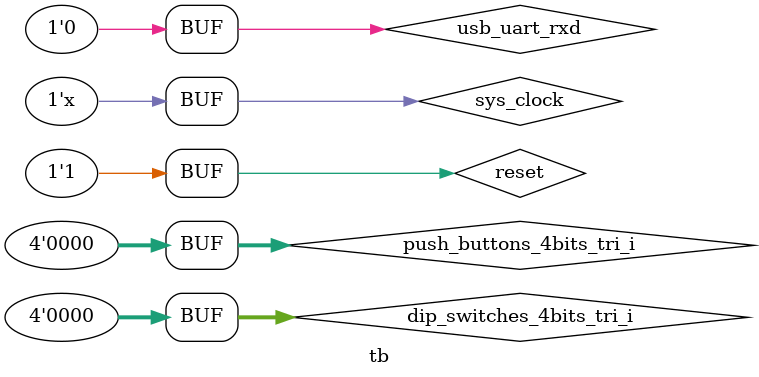
<source format=v>
`timescale 1ns / 1ps

module tb();
  reg [3:0]dip_switches_4bits_tri_i = 0;
  reg [3:0]push_buttons_4bits_tri_i = 0;
  reg reset = 1;
  reg sys_clock = 0;
  reg usb_uart_rxd = 0;
    
  wire led_out;
  wire usb_uart_txd;
  
  design_1_wrapper uut(
    .dip_switches_4bits_tri_i(dip_switches_4bits_tri_i),
    .led_out(led_out),
    .push_buttons_4bits_tri_i(push_buttons_4bits_tri_i),
    .reset(reset),
    .sys_clock(sys_clock),
    .usb_uart_rxd(usb_uart_rxd),
    .usb_uart_txd(usb_uart_txd)
    );
  
  
  always
    #5 sys_clock = !sys_clock;
  
  initial begin
    #200 reset = 0;
      #200 reset = 1;

  end  
  
endmodule

</source>
